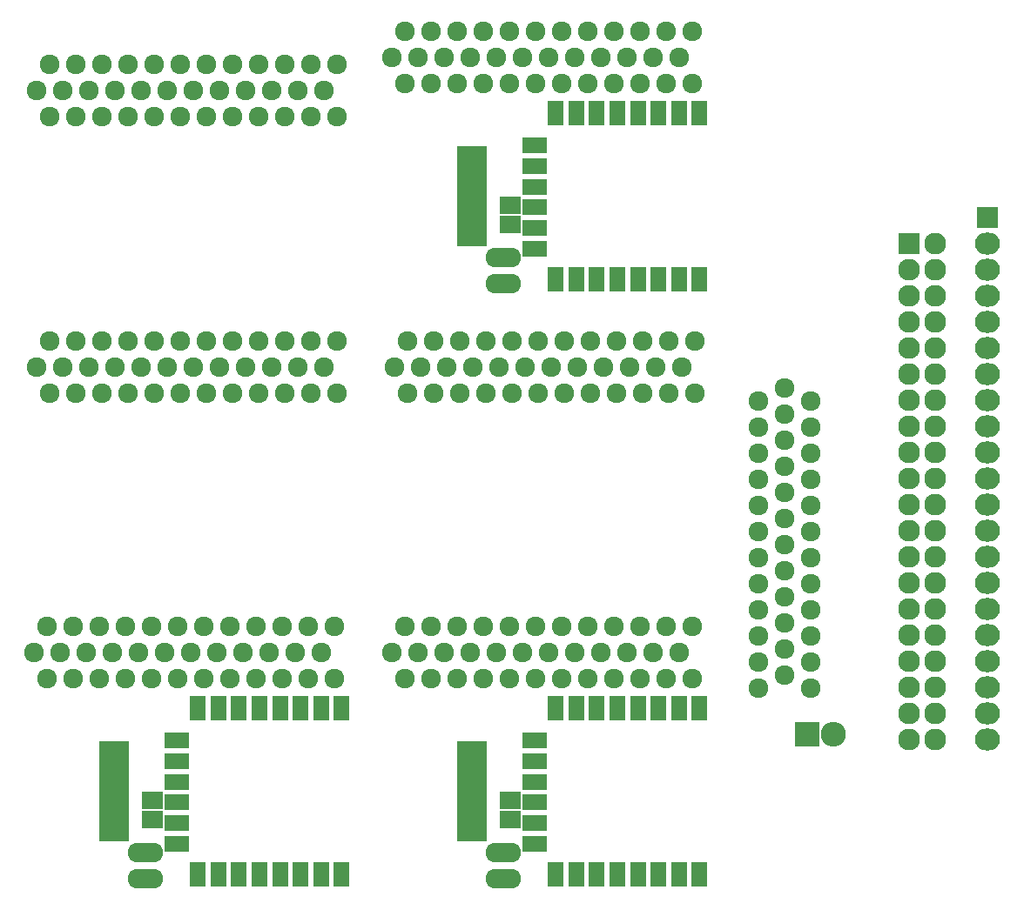
<source format=gbs>
G04 #@! TF.FileFunction,Soldermask,Bot*
%FSLAX46Y46*%
G04 Gerber Fmt 4.6, Leading zero omitted, Abs format (unit mm)*
G04 Created by KiCad (PCBNEW 4.0.2+dfsg1-2~bpo8+1-stable) date sáb 17 dic 2016 00:12:25 CET*
%MOMM*%
G01*
G04 APERTURE LIST*
%ADD10C,0.100000*%
%ADD11C,1.924000*%
%ADD12R,1.600000X2.400000*%
%ADD13R,2.400000X1.600000*%
%ADD14R,3.000000X0.700000*%
%ADD15R,2.000000X1.700000*%
%ADD16O,3.448000X1.924000*%
%ADD17R,2.127200X2.127200*%
%ADD18O,2.127200X2.127200*%
%ADD19O,2.432000X2.127200*%
%ADD20R,2.432000X2.432000*%
%ADD21O,2.432000X2.432000*%
G04 APERTURE END LIST*
D10*
D11*
X96123600Y-79327475D03*
X98663600Y-79327475D03*
X101203600Y-79327475D03*
X103743600Y-79327475D03*
X106283600Y-79327475D03*
X108823600Y-79327475D03*
X111363600Y-79327475D03*
X113903600Y-79327475D03*
X116443600Y-79327475D03*
X118983600Y-79327475D03*
X121523600Y-79327475D03*
X124063600Y-79327475D03*
X94853600Y-76787475D03*
X97393600Y-76787475D03*
X99933600Y-76787475D03*
X102473600Y-76787475D03*
X105013600Y-76787475D03*
X107553600Y-76787475D03*
X110093600Y-76787475D03*
X112633600Y-76787475D03*
X115173600Y-76787475D03*
X117713600Y-76787475D03*
X120253600Y-76787475D03*
X122793600Y-76787475D03*
X96123600Y-74247475D03*
X98663600Y-74247475D03*
X101203600Y-74247475D03*
X103743600Y-74247475D03*
X106283600Y-74247475D03*
X108823600Y-74247475D03*
X111363600Y-74247475D03*
X113903600Y-74247475D03*
X116443600Y-74247475D03*
X118983600Y-74247475D03*
X121523600Y-74247475D03*
X124063600Y-74247475D03*
D12*
X110744225Y-98377475D03*
X112744225Y-98377475D03*
X114744225Y-98377475D03*
X116744225Y-98377475D03*
X118744225Y-98377475D03*
X120744225Y-98377475D03*
X122744225Y-98377475D03*
X124744225Y-98377475D03*
X110744225Y-82177475D03*
X112744225Y-82177475D03*
X114744225Y-82177475D03*
X116744225Y-82177475D03*
X118744225Y-82177475D03*
X120744225Y-82177475D03*
X122744225Y-82177475D03*
X124744225Y-82177475D03*
D13*
X108744225Y-87377475D03*
X108744225Y-95377475D03*
X108744225Y-93377475D03*
X108744225Y-85377475D03*
X108744225Y-91377475D03*
X108744225Y-89377475D03*
D14*
X102594850Y-94789350D03*
X102594850Y-94289350D03*
X102594850Y-93789350D03*
X102594850Y-93289350D03*
X102594850Y-92789350D03*
X102594850Y-92289350D03*
X102594850Y-91789350D03*
X102594850Y-91289350D03*
X102594850Y-90789350D03*
X102594850Y-90289350D03*
X102594850Y-89789350D03*
X102594850Y-89289350D03*
X102594850Y-88789350D03*
X102594850Y-88289350D03*
X102594850Y-87789350D03*
X102594850Y-87289350D03*
X102594850Y-86789350D03*
X102594850Y-86289350D03*
X102594850Y-85789350D03*
D15*
X106362975Y-91156850D03*
X106362975Y-93056850D03*
D16*
X105648600Y-96234350D03*
X105648600Y-98774350D03*
D11*
X61516100Y-82550100D03*
X64056100Y-82550100D03*
X66596100Y-82550100D03*
X69136100Y-82550100D03*
X71676100Y-82550100D03*
X74216100Y-82550100D03*
X76756100Y-82550100D03*
X79296100Y-82550100D03*
X81836100Y-82550100D03*
X84376100Y-82550100D03*
X86916100Y-82550100D03*
X89456100Y-82550100D03*
X60246100Y-80010100D03*
X62786100Y-80010100D03*
X65326100Y-80010100D03*
X67866100Y-80010100D03*
X70406100Y-80010100D03*
X72946100Y-80010100D03*
X75486100Y-80010100D03*
X78026100Y-80010100D03*
X80566100Y-80010100D03*
X83106100Y-80010100D03*
X85646100Y-80010100D03*
X88186100Y-80010100D03*
X61516100Y-77470100D03*
X64056100Y-77470100D03*
X66596100Y-77470100D03*
X69136100Y-77470100D03*
X71676100Y-77470100D03*
X74216100Y-77470100D03*
X76756100Y-77470100D03*
X79296100Y-77470100D03*
X81836100Y-77470100D03*
X84376100Y-77470100D03*
X86916100Y-77470100D03*
X89456100Y-77470100D03*
D16*
X105648600Y-154146350D03*
X105648600Y-156686350D03*
D15*
X106362975Y-149068850D03*
X106362975Y-150968850D03*
D14*
X102594850Y-152701350D03*
X102594850Y-152201350D03*
X102594850Y-151701350D03*
X102594850Y-151201350D03*
X102594850Y-150701350D03*
X102594850Y-150201350D03*
X102594850Y-149701350D03*
X102594850Y-149201350D03*
X102594850Y-148701350D03*
X102594850Y-148201350D03*
X102594850Y-147701350D03*
X102594850Y-147201350D03*
X102594850Y-146701350D03*
X102594850Y-146201350D03*
X102594850Y-145701350D03*
X102594850Y-145201350D03*
X102594850Y-144701350D03*
X102594850Y-144201350D03*
X102594850Y-143701350D03*
D12*
X110744225Y-156289475D03*
X112744225Y-156289475D03*
X114744225Y-156289475D03*
X116744225Y-156289475D03*
X118744225Y-156289475D03*
X120744225Y-156289475D03*
X122744225Y-156289475D03*
X124744225Y-156289475D03*
X110744225Y-140089475D03*
X112744225Y-140089475D03*
X114744225Y-140089475D03*
X116744225Y-140089475D03*
X118744225Y-140089475D03*
X120744225Y-140089475D03*
X122744225Y-140089475D03*
X124744225Y-140089475D03*
D13*
X108744225Y-145289475D03*
X108744225Y-153289475D03*
X108744225Y-151289475D03*
X108744225Y-143289475D03*
X108744225Y-149289475D03*
X108744225Y-147289475D03*
D11*
X96123600Y-132159475D03*
X98663600Y-132159475D03*
X101203600Y-132159475D03*
X103743600Y-132159475D03*
X106283600Y-132159475D03*
X108823600Y-132159475D03*
X111363600Y-132159475D03*
X113903600Y-132159475D03*
X116443600Y-132159475D03*
X118983600Y-132159475D03*
X121523600Y-132159475D03*
X124063600Y-132159475D03*
X94853600Y-134699475D03*
X97393600Y-134699475D03*
X99933600Y-134699475D03*
X102473600Y-134699475D03*
X105013600Y-134699475D03*
X107553600Y-134699475D03*
X110093600Y-134699475D03*
X112633600Y-134699475D03*
X115173600Y-134699475D03*
X117713600Y-134699475D03*
X120253600Y-134699475D03*
X122793600Y-134699475D03*
X96123600Y-137239475D03*
X98663600Y-137239475D03*
X101203600Y-137239475D03*
X103743600Y-137239475D03*
X106283600Y-137239475D03*
X108823600Y-137239475D03*
X111363600Y-137239475D03*
X113903600Y-137239475D03*
X116443600Y-137239475D03*
X118983600Y-137239475D03*
X121523600Y-137239475D03*
X124063600Y-137239475D03*
X96314100Y-109474100D03*
X98854100Y-109474100D03*
X101394100Y-109474100D03*
X103934100Y-109474100D03*
X106474100Y-109474100D03*
X109014100Y-109474100D03*
X111554100Y-109474100D03*
X114094100Y-109474100D03*
X116634100Y-109474100D03*
X119174100Y-109474100D03*
X121714100Y-109474100D03*
X124254100Y-109474100D03*
X95044100Y-106934100D03*
X97584100Y-106934100D03*
X100124100Y-106934100D03*
X102664100Y-106934100D03*
X105204100Y-106934100D03*
X107744100Y-106934100D03*
X110284100Y-106934100D03*
X112824100Y-106934100D03*
X115364100Y-106934100D03*
X117904100Y-106934100D03*
X120444100Y-106934100D03*
X122984100Y-106934100D03*
X96314100Y-104394100D03*
X98854100Y-104394100D03*
X101394100Y-104394100D03*
X103934100Y-104394100D03*
X106474100Y-104394100D03*
X109014100Y-104394100D03*
X111554100Y-104394100D03*
X114094100Y-104394100D03*
X116634100Y-104394100D03*
X119174100Y-104394100D03*
X121714100Y-104394100D03*
X124254100Y-104394100D03*
X130479800Y-110236000D03*
X130479800Y-112776000D03*
X130479800Y-115316000D03*
X130479800Y-117856000D03*
X130479800Y-120396000D03*
X130479800Y-122936000D03*
X130479800Y-125476000D03*
X130479800Y-128016000D03*
X130479800Y-130556000D03*
X130479800Y-133096000D03*
X130479800Y-135636000D03*
X130479800Y-138176000D03*
X133019800Y-108966000D03*
X133019800Y-111506000D03*
X133019800Y-114046000D03*
X133019800Y-116586000D03*
X133019800Y-119126000D03*
X133019800Y-121666000D03*
X133019800Y-124206000D03*
X133019800Y-126746000D03*
X133019800Y-129286000D03*
X133019800Y-131826000D03*
X133019800Y-134366000D03*
X133019800Y-136906000D03*
X61516100Y-104394100D03*
X64056100Y-104394100D03*
X66596100Y-104394100D03*
X69136100Y-104394100D03*
X71676100Y-104394100D03*
X74216100Y-104394100D03*
X76756100Y-104394100D03*
X79296100Y-104394100D03*
X81836100Y-104394100D03*
X84376100Y-104394100D03*
X86916100Y-104394100D03*
X89456100Y-104394100D03*
X60246100Y-106934100D03*
X62786100Y-106934100D03*
X65326100Y-106934100D03*
X67866100Y-106934100D03*
X70406100Y-106934100D03*
X72946100Y-106934100D03*
X75486100Y-106934100D03*
X78026100Y-106934100D03*
X80566100Y-106934100D03*
X83106100Y-106934100D03*
X85646100Y-106934100D03*
X88186100Y-106934100D03*
X61516100Y-109474100D03*
X64056100Y-109474100D03*
X66596100Y-109474100D03*
X69136100Y-109474100D03*
X71676100Y-109474100D03*
X74216100Y-109474100D03*
X76756100Y-109474100D03*
X79296100Y-109474100D03*
X81836100Y-109474100D03*
X84376100Y-109474100D03*
X86916100Y-109474100D03*
X89456100Y-109474100D03*
X61325600Y-137239475D03*
X63865600Y-137239475D03*
X66405600Y-137239475D03*
X68945600Y-137239475D03*
X71485600Y-137239475D03*
X74025600Y-137239475D03*
X76565600Y-137239475D03*
X79105600Y-137239475D03*
X81645600Y-137239475D03*
X84185600Y-137239475D03*
X86725600Y-137239475D03*
X89265600Y-137239475D03*
X60055600Y-134699475D03*
X62595600Y-134699475D03*
X65135600Y-134699475D03*
X67675600Y-134699475D03*
X70215600Y-134699475D03*
X72755600Y-134699475D03*
X75295600Y-134699475D03*
X77835600Y-134699475D03*
X80375600Y-134699475D03*
X82915600Y-134699475D03*
X85455600Y-134699475D03*
X87995600Y-134699475D03*
X61325600Y-132159475D03*
X63865600Y-132159475D03*
X66405600Y-132159475D03*
X68945600Y-132159475D03*
X71485600Y-132159475D03*
X74025600Y-132159475D03*
X76565600Y-132159475D03*
X79105600Y-132159475D03*
X81645600Y-132159475D03*
X84185600Y-132159475D03*
X86725600Y-132159475D03*
X89265600Y-132159475D03*
D12*
X75946225Y-156289475D03*
X77946225Y-156289475D03*
X79946225Y-156289475D03*
X81946225Y-156289475D03*
X83946225Y-156289475D03*
X85946225Y-156289475D03*
X87946225Y-156289475D03*
X89946225Y-156289475D03*
X75946225Y-140089475D03*
X77946225Y-140089475D03*
X79946225Y-140089475D03*
X81946225Y-140089475D03*
X83946225Y-140089475D03*
X85946225Y-140089475D03*
X87946225Y-140089475D03*
X89946225Y-140089475D03*
D13*
X73946225Y-145289475D03*
X73946225Y-153289475D03*
X73946225Y-151289475D03*
X73946225Y-143289475D03*
X73946225Y-149289475D03*
X73946225Y-147289475D03*
D14*
X67796850Y-152701350D03*
X67796850Y-152201350D03*
X67796850Y-151701350D03*
X67796850Y-151201350D03*
X67796850Y-150701350D03*
X67796850Y-150201350D03*
X67796850Y-149701350D03*
X67796850Y-149201350D03*
X67796850Y-148701350D03*
X67796850Y-148201350D03*
X67796850Y-147701350D03*
X67796850Y-147201350D03*
X67796850Y-146701350D03*
X67796850Y-146201350D03*
X67796850Y-145701350D03*
X67796850Y-145201350D03*
X67796850Y-144701350D03*
X67796850Y-144201350D03*
X67796850Y-143701350D03*
D15*
X71564975Y-149068850D03*
X71564975Y-150968850D03*
D16*
X70850600Y-154146350D03*
X70850600Y-156686350D03*
D11*
X135559800Y-110236000D03*
X135559800Y-112776000D03*
X135559800Y-115316000D03*
X135559800Y-117856000D03*
X135559800Y-120396000D03*
X135559800Y-122936000D03*
X135559800Y-125476000D03*
X135559800Y-128016000D03*
X135559800Y-130556000D03*
X135559800Y-133096000D03*
X135559800Y-135636000D03*
X135559800Y-138176000D03*
D17*
X145084800Y-94869000D03*
D18*
X147624800Y-94869000D03*
X145084800Y-97409000D03*
X147624800Y-97409000D03*
X145084800Y-99949000D03*
X147624800Y-99949000D03*
X145084800Y-102489000D03*
X147624800Y-102489000D03*
X145084800Y-105029000D03*
X147624800Y-105029000D03*
X145084800Y-107569000D03*
X147624800Y-107569000D03*
X145084800Y-110109000D03*
X147624800Y-110109000D03*
X145084800Y-112649000D03*
X147624800Y-112649000D03*
X145084800Y-115189000D03*
X147624800Y-115189000D03*
X145084800Y-117729000D03*
X147624800Y-117729000D03*
X145084800Y-120269000D03*
X147624800Y-120269000D03*
X145084800Y-122809000D03*
X147624800Y-122809000D03*
X145084800Y-125349000D03*
X147624800Y-125349000D03*
X145084800Y-127889000D03*
X147624800Y-127889000D03*
X145084800Y-130429000D03*
X147624800Y-130429000D03*
X145084800Y-132969000D03*
X147624800Y-132969000D03*
X145084800Y-135509000D03*
X147624800Y-135509000D03*
X145084800Y-138049000D03*
X147624800Y-138049000D03*
X145084800Y-140589000D03*
X147624800Y-140589000D03*
X145084800Y-143129000D03*
X147624800Y-143129000D03*
D19*
X152704800Y-94869000D03*
X152704800Y-97409000D03*
X152704800Y-99949000D03*
X152704800Y-102489000D03*
X152704800Y-105029000D03*
X152704800Y-107569000D03*
X152704800Y-110109000D03*
X152704800Y-112649000D03*
X152704800Y-115189000D03*
X152704800Y-117729000D03*
X152704800Y-120269000D03*
X152704800Y-122809000D03*
X152704800Y-125349000D03*
X152704800Y-127889000D03*
X152704800Y-130429000D03*
X152704800Y-132969000D03*
X152704800Y-135509000D03*
X152704800Y-138049000D03*
X152704800Y-140589000D03*
X152704800Y-143129000D03*
D17*
X152704800Y-92329000D03*
D20*
X135178800Y-142621000D03*
D21*
X137718800Y-142621000D03*
M02*

</source>
